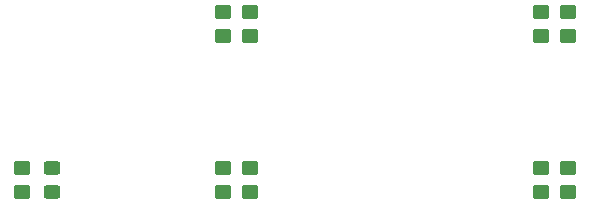
<source format=gtp>
G04 #@! TF.GenerationSoftware,KiCad,Pcbnew,(6.0.6)*
G04 #@! TF.CreationDate,2022-07-31T00:45:43+09:00*
G04 #@! TF.ProjectId,mt_pmodsma,6d745f70-6d6f-4647-936d-612e6b696361,rev?*
G04 #@! TF.SameCoordinates,Original*
G04 #@! TF.FileFunction,Paste,Top*
G04 #@! TF.FilePolarity,Positive*
%FSLAX46Y46*%
G04 Gerber Fmt 4.6, Leading zero omitted, Abs format (unit mm)*
G04 Created by KiCad (PCBNEW (6.0.6)) date 2022-07-31 00:45:43*
%MOMM*%
%LPD*%
G01*
G04 APERTURE LIST*
G04 Aperture macros list*
%AMRoundRect*
0 Rectangle with rounded corners*
0 $1 Rounding radius*
0 $2 $3 $4 $5 $6 $7 $8 $9 X,Y pos of 4 corners*
0 Add a 4 corners polygon primitive as box body*
4,1,4,$2,$3,$4,$5,$6,$7,$8,$9,$2,$3,0*
0 Add four circle primitives for the rounded corners*
1,1,$1+$1,$2,$3*
1,1,$1+$1,$4,$5*
1,1,$1+$1,$6,$7*
1,1,$1+$1,$8,$9*
0 Add four rect primitives between the rounded corners*
20,1,$1+$1,$2,$3,$4,$5,0*
20,1,$1+$1,$4,$5,$6,$7,0*
20,1,$1+$1,$6,$7,$8,$9,0*
20,1,$1+$1,$8,$9,$2,$3,0*%
G04 Aperture macros list end*
%ADD10RoundRect,0.250000X-0.450000X0.350000X-0.450000X-0.350000X0.450000X-0.350000X0.450000X0.350000X0*%
%ADD11RoundRect,0.250000X0.450000X-0.350000X0.450000X0.350000X-0.450000X0.350000X-0.450000X-0.350000X0*%
%ADD12RoundRect,0.250000X0.450000X-0.325000X0.450000X0.325000X-0.450000X0.325000X-0.450000X-0.325000X0*%
G04 APERTURE END LIST*
D10*
X130302000Y-104140000D03*
X130302000Y-106140000D03*
X105664000Y-104140000D03*
X105664000Y-106140000D03*
D11*
X130302000Y-119364000D03*
X130302000Y-117364000D03*
D12*
X88900000Y-119380000D03*
X88900000Y-117330000D03*
D11*
X105664000Y-119364000D03*
X105664000Y-117364000D03*
D10*
X132588000Y-104140000D03*
X132588000Y-106140000D03*
X86360000Y-117380000D03*
X86360000Y-119380000D03*
D11*
X103378000Y-119348000D03*
X103378000Y-117348000D03*
D10*
X103378000Y-104140000D03*
X103378000Y-106140000D03*
D11*
X132588000Y-119364000D03*
X132588000Y-117364000D03*
M02*

</source>
